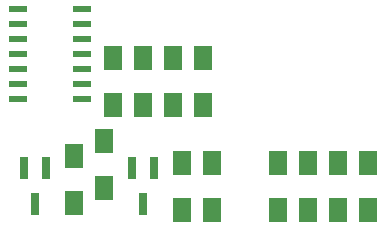
<source format=gbr>
%TF.GenerationSoftware,KiCad,Pcbnew,5.1.9*%
%TF.CreationDate,2021-05-05T23:21:44-05:00*%
%TF.ProjectId,fanfanland,66616e66-616e-46c6-916e-642e6b696361,rev?*%
%TF.SameCoordinates,Original*%
%TF.FileFunction,Paste,Top*%
%TF.FilePolarity,Positive*%
%FSLAX46Y46*%
G04 Gerber Fmt 4.6, Leading zero omitted, Abs format (unit mm)*
G04 Created by KiCad (PCBNEW 5.1.9) date 2021-05-05 23:21:44*
%MOMM*%
%LPD*%
G01*
G04 APERTURE LIST*
%ADD10R,1.500000X0.600000*%
%ADD11R,0.800000X1.900000*%
%ADD12R,1.600000X2.000000*%
G04 APERTURE END LIST*
D10*
%TO.C,Q1*%
X56040000Y-49530000D03*
X56040000Y-50800000D03*
X56040000Y-52070000D03*
X56040000Y-53340000D03*
X56040000Y-54610000D03*
X56040000Y-55880000D03*
X56040000Y-57150000D03*
X50640000Y-57150000D03*
X50640000Y-55880000D03*
X50640000Y-54610000D03*
X50640000Y-53340000D03*
X50640000Y-52070000D03*
X50640000Y-50800000D03*
X50640000Y-49530000D03*
%TD*%
D11*
%TO.C,Q3*%
X53020000Y-63016000D03*
X51120000Y-63016000D03*
X52070000Y-66016000D03*
%TD*%
D12*
%TO.C,R1*%
X75184000Y-66516000D03*
X75184000Y-62516000D03*
%TD*%
%TO.C,R2*%
X77724000Y-66516000D03*
X77724000Y-62516000D03*
%TD*%
%TO.C,R3*%
X80264000Y-62516000D03*
X80264000Y-66516000D03*
%TD*%
%TO.C,R4*%
X72644000Y-66516000D03*
X72644000Y-62516000D03*
%TD*%
%TO.C,R5*%
X67056000Y-66516000D03*
X67056000Y-62516000D03*
%TD*%
%TO.C,R6*%
X58674000Y-57626000D03*
X58674000Y-53626000D03*
%TD*%
%TO.C,R7*%
X63754000Y-53626000D03*
X63754000Y-57626000D03*
%TD*%
%TO.C,R8*%
X66294000Y-57626000D03*
X66294000Y-53626000D03*
%TD*%
%TO.C,R9*%
X61214000Y-53626000D03*
X61214000Y-57626000D03*
%TD*%
%TO.C,R10*%
X64516000Y-66516000D03*
X64516000Y-62516000D03*
%TD*%
%TO.C,R11*%
X57912000Y-64706000D03*
X57912000Y-60706000D03*
%TD*%
%TO.C,R12*%
X55372000Y-61976000D03*
X55372000Y-65976000D03*
%TD*%
D11*
%TO.C,Q2*%
X61214000Y-66016000D03*
X60264000Y-63016000D03*
X62164000Y-63016000D03*
%TD*%
M02*

</source>
